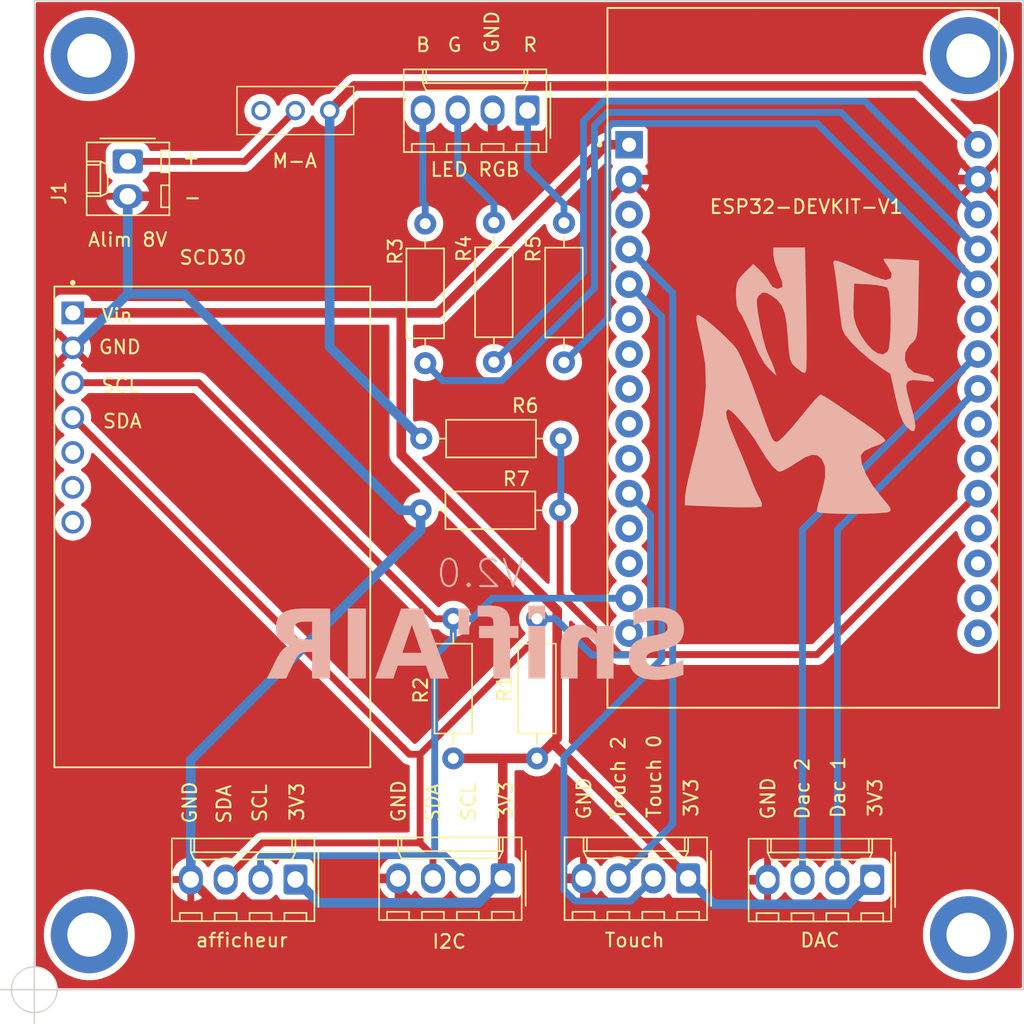
<source format=kicad_pcb>
(kicad_pcb (version 20221018) (generator pcbnew)
  (layers (0 "F.Cu" signal) (31 "B.Cu" signal) (34 "B.Paste" user) (35 "F.Paste" user) (36 "B.SilkS" user "B.Silkscreen") (37 "F.SilkS" user "F.Silkscreen") (38 "B.Mask" user) (39 "F.Mask" user) (44 "Edge.Cuts" user))
  (net 0 "")
  (net 1 "3v3")
  (net 2 "/SDA")
  (net 3 "/SCL")
  (net 4 "GND")
  (net 5 "Net-(D1-RA)")
  (net 6 "Net-(D1-GA)")
  (net 7 "Net-(D1-BA)")
  (net 9 "/Touch_0")
  (net 10 "/Touch_2")
  (net 25 "/Dac1")
  (net 26 "/Dac_2")
  (net 29 "/D12")
  (net 30 "/D13")
  (net 31 "/D14")
  (net 32 "Net-(J1-Pin_1)")
  (net 34 "/D35_adc")
  (net 37 "Net-(S1-NO)")
  (footprint "Connector_Molex:Molex_KK-254_AE-6410-04A_1x04_P2.54mm_Vertical" (layer "F.Cu") (at 127.142 108.59 180)
    (fp_text reference "J3" hide)
    (fp_text value "I2C" (at 3.9 -4.6) (layer "F.SilkS"))
    (pad "1" thru_hole roundrect (at 0 0 180) (size 1.74 2.19) (drill 1.19) (layers "*.Cu" "*.Mask") (roundrect_rratio 0.1436781609) (net 1 "3v3"))
    (pad "2" thru_hole oval (at 2.54 0 180) (size 1.74 2.19) (drill 1.19) (layers "*.Cu" "*.Mask") (net 3 "/SCL"))
    (pad "3" thru_hole oval (at 5.08 0 180) (size 1.74 2.19) (drill 1.19) (layers "*.Cu" "*.Mask") (net 2 "/SDA"))
    (pad "4" thru_hole oval (at 7.62 0 180) (size 1.74 2.19) (drill 1.19) (layers "*.Cu" "*.Mask") (net 4 "GND"))
  )
  (footprint "mes_symbols:MODULE_SCD30" (layer "F.Cu") (at 106 83 90)
    (fp_text reference "U2" hide)
    (fp_text value "SCD30" (at 19.61 0.042 180) (layer "F.SilkS"))
    (pad "1" thru_hole rect (at 15.58 -10.16 90) (size 1.65 1.65) (drill 1.1) (layers "*.Cu" "*.Mask") (net 1 "3v3"))
    (pad "2" thru_hole circle (at 13.04 -10.16 90) (size 1.65 1.65) (drill 1.1) (layers "*.Cu" "*.Mask") (net 4 "GND"))
    (pad "3" thru_hole circle (at 10.5 -10.16 90) (size 1.65 1.65) (drill 1.1) (layers "*.Cu" "*.Mask") (net 3 "/SCL"))
    (pad "4" thru_hole circle (at 7.96 -10.16 90) (size 1.65 1.65) (drill 1.1) (layers "*.Cu" "*.Mask") (net 2 "/SDA"))
    (pad "5" thru_hole circle (at 5.42 -10.16 90) (size 1.65 1.65) (drill 1.1) (layers "*.Cu" "*.Mask"))
    (pad "6" thru_hole circle (at 2.88 -10.16 90) (size 1.65 1.65) (drill 1.1) (layers "*.Cu" "*.Mask"))
    (pad "7" thru_hole circle (at 0.34 -10.16 90) (size 1.65 1.65) (drill 1.1) (layers "*.Cu" "*.Mask"))
  )
  (footprint "Resistor_THT:R_Axial_DIN0207_L6.3mm_D2.5mm_P10.16mm_Horizontal" (layer "F.Cu") (at 129.638 99.85 90)
    (fp_text reference "R1" (at 5.08 -2.37 90) (layer "F.SilkS"))
    (fp_text value "47000R")
    (pad "1" thru_hole circle (at 0 0 90) (size 1.6 1.6) (drill 0.8) (layers "*.Cu" "*.Mask") (net 1 "3v3"))
    (pad "2" thru_hole oval (at 10.16 0 90) (size 1.6 1.6) (drill 0.8) (layers "*.Cu" "*.Mask") (net 2 "/SDA"))
  )
  (footprint "Resistor_THT:R_Axial_DIN0207_L6.3mm_D2.5mm_P10.16mm_Horizontal" (layer "F.Cu") (at 121.212 76.57)
    (fp_text reference "R6" (at 7.57 -2.39) (layer "F.SilkS"))
    (fp_text value "1M")
    (pad "1" thru_hole circle (at 0 0) (size 1.6 1.6) (drill 0.8) (layers "*.Cu" "*.Mask") (net 37 "Net-(S1-NO)"))
    (pad "2" thru_hole oval (at 10.16 0) (size 1.6 1.6) (drill 0.8) (layers "*.Cu" "*.Mask") (net 34 "/D35_adc"))
  )
  (footprint "MountingHole:MountingHole_3.2mm_M3_DIN965_Pad" (layer "F.Cu") (at 97.042 48.69)
    (fp_text reference "H2" hide)
    (fp_text value "MountingHole" hide)
    (pad "1" thru_hole circle (at 0 0) (size 5.6 5.6) (drill 3.2) (layers "*.Cu" "*.Mask"))
  )
  (footprint "MountingHole:MountingHole_3.2mm_M3_DIN965_Pad" (layer "F.Cu") (at 97.042 112.69)
    (fp_text reference "H1" hide)
    (fp_text value "MountingHole" hide)
    (pad "1" thru_hole circle (at 0 0) (size 5.6 5.6) (drill 3.2) (layers "*.Cu" "*.Mask"))
  )
  (footprint "Connector_Molex:Molex_KK-254_AE-6410-04A_1x04_P2.54mm_Vertical" (layer "F.Cu") (at 112.052 108.67 180)
    (fp_text reference "J2" hide)
    (fp_text value "afficheur" (at 3.91 -4.42) (layer "F.SilkS"))
    (pad "1" thru_hole roundrect (at 0 0 180) (size 1.74 2.19) (drill 1.19) (layers "*.Cu" "*.Mask") (roundrect_rratio 0.1436781609) (net 1 "3v3"))
    (pad "2" thru_hole oval (at 2.54 0 180) (size 1.74 2.19) (drill 1.19) (layers "*.Cu" "*.Mask") (net 3 "/SCL"))
    (pad "3" thru_hole oval (at 5.08 0 180) (size 1.74 2.19) (drill 1.19) (layers "*.Cu" "*.Mask") (net 2 "/SDA"))
    (pad "4" thru_hole oval (at 7.62 0 180) (size 1.74 2.19) (drill 1.19) (layers "*.Cu" "*.Mask") (net 4 "GND"))
  )
  (footprint "Resistor_THT:R_Axial_DIN0207_L6.3mm_D2.5mm_P10.16mm_Horizontal" (layer "F.Cu") (at 131.322 81.79 180)
    (fp_text reference "R7" (at 3.19 2.28) (layer "F.SilkS"))
    (fp_text value "330k")
    (pad "1" thru_hole circle (at 0 0 180) (size 1.6 1.6) (drill 0.8) (layers "*.Cu" "*.Mask") (net 34 "/D35_adc"))
    (pad "2" thru_hole oval (at 10.16 0 180) (size 1.6 1.6) (drill 0.8) (layers "*.Cu" "*.Mask") (net 4 "GND"))
  )
  (footprint "Resistor_THT:R_Axial_DIN0207_L6.3mm_D2.5mm_P10.16mm_Horizontal" (layer "F.Cu") (at 121.5 71.08 90)
    (fp_text reference "R3" (at 8.14 -2.178 90) (layer "F.SilkS"))
    (fp_text value "180R")
    (pad "1" thru_hole circle (at 0 0 90) (size 1.6 1.6) (drill 0.8) (layers "*.Cu" "*.Mask") (net 29 "/D12"))
    (pad "2" thru_hole oval (at 10.16 0 90) (size 1.6 1.6) (drill 0.8) (layers "*.Cu" "*.Mask") (net 7 "Net-(D1-BA)"))
  )
  (footprint "Resistor_THT:R_Axial_DIN0207_L6.3mm_D2.5mm_P10.16mm_Horizontal" (layer "F.Cu") (at 123.542 99.85 90)
    (fp_text reference "R2" (at 4.9644 -2.37 90) (layer "F.SilkS"))
    (fp_text value "47000R")
    (pad "1" thru_hole circle (at 0 0 90) (size 1.6 1.6) (drill 0.8) (layers "*.Cu" "*.Mask") (net 1 "3v3"))
    (pad "2" thru_hole oval (at 10.16 0 90) (size 1.6 1.6) (drill 0.8) (layers "*.Cu" "*.Mask") (net 3 "/SCL"))
  )
  (footprint "Connector_Molex:Molex_KK-254_AE-6410-04A_1x04_P2.54mm_Vertical" (layer "F.Cu") (at 140.642 108.59 180)
    (fp_text reference "J4" hide)
    (fp_text value "Touch" (at 3.9 -4.5) (layer "F.SilkS"))
    (pad "1" thru_hole roundrect (at 0 0 180) (size 1.74 2.19) (drill 1.19) (layers "*.Cu" "*.Mask") (roundrect_rratio 0.1436781609) (net 1 "3v3"))
    (pad "2" thru_hole oval (at 2.54 0 180) (size 1.74 2.19) (drill 1.19) (layers "*.Cu" "*.Mask") (net 9 "/Touch_0"))
    (pad "3" thru_hole oval (at 5.08 0 180) (size 1.74 2.19) (drill 1.19) (layers "*.Cu" "*.Mask") (net 10 "/Touch_2"))
    (pad "4" thru_hole oval (at 7.62 0 180) (size 1.74 2.19) (drill 1.19) (layers "*.Cu" "*.Mask") (net 4 "GND"))
  )
  (footprint "MountingHole:MountingHole_3.2mm_M3_DIN965_Pad" (layer "F.Cu") (at 161.042 112.69)
    (fp_text reference "H4" hide)
    (fp_text value "MountingHole" hide)
    (pad "1" thru_hole circle (at 0 0) (size 5.6 5.6) (drill 3.2) (layers "*.Cu" "*.Mask"))
  )
  (footprint "MountingHole:MountingHole_3.2mm_M3_DIN965_Pad" (layer "F.Cu") (at 161.042 48.69)
    (fp_text reference "H3" hide)
    (fp_text value "MountingHole" hide)
    (pad "1" thru_hole circle (at 0 0) (size 5.6 5.6) (drill 3.2) (layers "*.Cu" "*.Mask"))
  )
  (footprint "mes_symbols:MODULE_ESP32_DEVKIT_V1" (layer "F.Cu") (at 149.042 70.69)
    (fp_text reference "U1" hide)
    (fp_text value "ESP32-DEVKIT-V1" (at 0.2 -11) (layer "F.SilkS"))
    (pad "1" thru_hole rect (at -12.7 -15.515) (size 2 2) (drill 1.02) (layers "*.Cu" "*.Mask") (net 1 "3v3"))
    (pad "2" thru_hole circle (at -12.7 -12.975) (size 2 2) (drill 1.02) (layers "*.Cu" "*.Mask") (net 4 "GND"))
    (pad "3" thru_hole circle (at -12.7 -10.435) (size 2 2) (drill 1.02) (layers "*.Cu" "*.Mask"))
    (pad "4" thru_hole circle (at -12.7 -7.895) (size 2 2) (drill 1.02) (layers "*.Cu" "*.Mask") (net 10 "/Touch_2"))
    (pad "5" thru_hole circle (at -12.7 -5.355) (size 2 2) (drill 1.02) (layers "*.Cu" "*.Mask") (net 9 "/Touch_0"))
    (pad "6" thru_hole circle (at -12.7 -2.815) (size 2 2) (drill 1.02) (layers "*.Cu" "*.Mask"))
    (pad "7" thru_hole circle (at -12.7 -0.275) (size 2 2) (drill 1.02) (layers "*.Cu" "*.Mask"))
    (pad "8" thru_hole circle (at -12.7 2.265) (size 2 2) (drill 1.02) (layers "*.Cu" "*.Mask"))
    (pad "9" thru_hole circle (at -12.7 4.805) (size 2 2) (drill 1.02) (layers "*.Cu" "*.Mask"))
    (pad "10" thru_hole circle (at -12.7 7.345) (size 2 2) (drill 1.02) (layers "*.Cu" "*.Mask"))
    (pad "11" thru_hole circle (at -12.7 9.885) (size 2 2) (drill 1.02) (layers "*.Cu" "*.Mask") (net 2 "/SDA"))
    (pad "12" thru_hole circle (at -12.7 12.425) (size 2 2) (drill 1.02) (layers "*.Cu" "*.Mask"))
    (pad "13" thru_hole circle (at -12.7 14.965) (size 2 2) (drill 1.02) (layers "*.Cu" "*.Mask"))
    (pad "14" thru_hole circle (at -12.7 17.505) (size 2 2) (drill 1.02) (layers "*.Cu" "*.Mask") (net 3 "/SCL"))
    (pad "15" thru_hole circle (at -12.7 20.045) (size 2 2) (drill 1.02) (layers "*.Cu" "*.Mask"))
    (pad "16" thru_hole circle (at 12.7 20.045) (size 2 2) (drill 1.02) (layers "*.Cu" "*.Mask"))
    (pad "17" thru_hole circle (at 12.7 17.505) (size 2 2) (drill 1.02) (layers "*.Cu" "*.Mask"))
    (pad "18" thru_hole circle (at 12.7 14.965) (size 2 2) (drill 1.02) (layers "*.Cu" "*.Mask"))
    (pad "19" thru_hole circle (at 12.7 12.425) (size 2 2) (drill 1.02) (layers "*.Cu" "*.Mask"))
    (pad "20" thru_hole circle (at 12.7 9.885) (size 2 2) (drill 1.02) (layers "*.Cu" "*.Mask") (net 34 "/D35_adc"))
    (pad "21" thru_hole circle (at 12.7 7.345) (size 2 2) (drill 1.02) (layers "*.Cu" "*.Mask"))
    (pad "22" thru_hole circle (at 12.7 4.805) (size 2 2) (drill 1.02) (layers "*.Cu" "*.Mask"))
    (pad "23" thru_hole circle (at 12.7 2.265) (size 2 2) (drill 1.02) (layers "*.Cu" "*.Mask") (net 25 "/Dac1"))
    (pad "24" thru_hole circle (at 12.7 -0.275) (size 2 2) (drill 1.02) (layers "*.Cu" "*.Mask") (net 26 "/Dac_2"))
    (pad "25" thru_hole circle (at 12.7 -2.815) (size 2 2) (drill 1.02) (layers "*.Cu" "*.Mask"))
    (pad "26" thru_hole circle (at 12.7 -5.355) (size 2 2) (drill 1.02) (layers "*.Cu" "*.Mask") (net 31 "/D14"))
    (pad "27" thru_hole circle (at 12.7 -7.895) (size 2 2) (drill 1.02) (layers "*.Cu" "*.Mask") (net 29 "/D12"))
    (pad "28" thru_hole circle (at 12.7 -10.435) (size 2 2) (drill 1.02) (layers "*.Cu" "*.Mask") (net 30 "/D13"))
    (pad "29" thru_hole circle (at 12.7 -12.975) (size 2 2) (drill 1.02) (layers "*.Cu" "*.Mask") (net 4 "GND"))
    (pad "30" thru_hole circle (at 12.7 -15.515) (size 2 2) (drill 1.02) (layers "*.Cu" "*.Mask") (net 37 "Net-(S1-NO)"))
  )
  (footprint "Resistor_THT:R_Axial_DIN0207_L6.3mm_D2.5mm_P10.16mm_Horizontal" (layer "F.Cu") (at 131.602 71.02 90)
    (fp_text reference "R5" (at 8.25 -2.23 90) (layer "F.SilkS"))
    (fp_text value "180R")
    (pad "1" thru_hole circle (at 0 0 90) (size 1.6 1.6) (drill 0.8) (layers "*.Cu" "*.Mask") (net 31 "/D14"))
    (pad "2" thru_hole oval (at 10.16 0 90) (size 1.6 1.6) (drill 0.8) (layers "*.Cu" "*.Mask") (net 5 "Net-(D1-RA)"))
  )
  (footprint "Connector_Molex:Molex_KK-254_AE-6410-02A_1x02_P2.54mm_Vertical" (layer "F.Cu") (at 99.842 56.39 -90)
    (fp_text reference "J1" (at 2.3 5 -270) (layer "F.SilkS"))
    (fp_text value "Alim 8V" (at 5.7 0 -180) (layer "F.SilkS"))
    (pad "1" thru_hole roundrect (at 0 0 270) (size 1.74 2.19) (drill 1.19) (layers "*.Cu" "*.Mask") (roundrect_rratio 0.1436781609) (net 32 "Net-(J1-Pin_1)"))
    (pad "2" thru_hole oval (at 2.54 0 270) (size 1.74 2.19) (drill 1.19) (layers "*.Cu" "*.Mask") (net 4 "GND"))
  )
  (footprint "Connector_Molex:Molex_KK-254_AE-6410-04A_1x04_P2.54mm_Vertical" (layer "F.Cu") (at 128.942 52.682 180)
    (fp_text reference "LED RGB" (at 3.81 -4.308 180) (layer "F.SilkS"))
    (fp_text value "LED_RKGB")
    (pad "1" thru_hole roundrect (at 0 0 180) (size 1.74 2.19) (drill 1.19) (layers "*.Cu" "*.Mask") (roundrect_rratio 0.1436781609) (net 5 "Net-(D1-RA)"))
    (pad "2" thru_hole oval (at 2.54 0 180) (size 1.74 2.19) (drill 1.19) (layers "*.Cu" "*.Mask") (net 4 "GND"))
    (pad "3" thru_hole oval (at 5.08 0 180) (size 1.74 2.19) (drill 1.19) (layers "*.Cu" "*.Mask") (net 6 "Net-(D1-GA)"))
    (pad "4" thru_hole oval (at 7.62 0 180) (size 1.74 2.19) (drill 1.19) (layers "*.Cu" "*.Mask") (net 7 "Net-(D1-BA)"))
  )
  (footprint "Connector_Molex:Molex_KK-254_AE-6410-04A_1x04_P2.54mm_Vertical" (layer "F.Cu") (at 154.042 108.69 180)
    (fp_text reference "J5" hide)
    (fp_text value "DAC" (at 3.8 -4.4) (layer "F.SilkS"))
    (pad "1" thru_hole roundrect (at 0 0 180) (size 1.74 2.19) (drill 1.19) (layers "*.Cu" "*.Mask") (roundrect_rratio 0.1436781609) (net 1 "3v3"))
    (pad "2" thru_hole oval (at 2.54 0 180) (size 1.74 2.19) (drill 1.19) (layers "*.Cu" "*.Mask") (net 25 "/Dac1"))
    (pad "3" thru_hole oval (at 5.08 0 180) (size 1.74 2.19) (drill 1.19) (layers "*.Cu" "*.Mask") (net 26 "/Dac_2"))
    (pad "4" thru_hole oval (at 7.62 0 180) (size 1.74 2.19) (drill 1.19) (layers "*.Cu" "*.Mask") (net 4 "GND"))
  )
  (footprint "mes_symbols:SS12D00G3" (layer "F.Cu") (at 112.042 52.69)
    (fp_text reference "S1" hide)
    (fp_text value "M-A" (at -0.05 3.66) (layer "F.SilkS"))
    (pad "1" thru_hole circle (at -2.5 0) (size 1.4 1.4) (drill 0.9) (layers "*.Cu" "*.Mask"))
    (pad "2" thru_hole circle (at 0 0) (size 1.4 1.4) (drill 0.9) (layers "*.Cu" "*.Mask") (net 32 "Net-(J1-Pin_1)"))
    (pad "3" thru_hole circle (at 2.5 0) (size 1.4 1.4) (drill 0.9) (layers "*.Cu" "*.Mask") (net 37 "Net-(S1-NO)"))
  )
  (footprint "Resistor_THT:R_Axial_DIN0207_L6.3mm_D2.5mm_P10.16mm_Horizontal" (layer "F.Cu") (at 126.5 71 90)
    (fp_text reference "R4" (at 8.26 -2.188 90) (layer "F.SilkS"))
    (fp_text value "180R")
    (pad "1" thru_hole circle (at 0 0 90) (size 1.6 1.6) (drill 0.8) (layers "*.Cu" "*.Mask") (net 30 "/D13"))
    (pad "2" thru_hole oval (at 10.16 0 90) (size 1.6 1.6) (drill 0.8) (layers "*.Cu" "*.Mask") (net 6 "Net-(D1-GA)"))
  )
  (footprint "mes_symbols:logo_phm" (layer "B.Cu") (at 149.562 72.09 180)
    (fp_text reference "G***" hide)
    (fp_text value "LOGO" hide)
  )
  (gr_rect (start 93.042 44.69) (end 165.042 116.69) (stroke (width 0.1)) (fill none) (layer "Edge.Cuts"))
  (gr_text "V2.0" (at 128.848 87.562) (layer "B.SilkS") (effects (font (size 2 2)) (justify left bottom mirror)))
  (gr_text "Snif'AIR" (at 140.842 94.89) (layer "B.SilkS") (effects (font (size 5 5)) (justify left bottom mirror)))
  (gr_text "3V3" (at 154.842 104.19 90) (layer "F.SilkS") (effects (font (size 1 1)) (justify left bottom)))
  (gr_text "SDA" (at 97.942 75.89) (layer "F.SilkS") (effects (font (size 1 1)) (justify left bottom)))
  (gr_text "SDA" (at 107.442 104.69 90) (layer "F.SilkS") (effects (font (size 1 1)) (justify left bottom)))
  (gr_text "-" (at 103.842 59.59) (layer "F.SilkS") (effects (font (size 1 1)) (justify left bottom)))
  (gr_text "Dac 2" (at 149.542 104.39 90) (layer "F.SilkS") (effects (font (size 1 1)) (justify left bottom)))
  (gr_text "G" (at 123.042 48.49) (layer "F.SilkS") (effects (font (size 1 1)) (justify left bottom)))
  (gr_text "Vin" (at 97.842 68.19) (layer "F.SilkS") (effects (font (size 1 1)) (justify left bottom)))
  (gr_text "GND" (at 147.042 104.39 90) (layer "F.SilkS") (effects (font (size 1 1)) (justify left bottom)))
  (gr_text "GND" (at 133.642 104.39 90) (layer "F.SilkS") (effects (font (size 1 1)) (justify left bottom)))
  (gr_text "SCL" (at 97.842 73.29) (layer "F.SilkS") (effects (font (size 1 1)) (justify left bottom)))
  (gr_text "SCL" (at 125.242 104.49 90) (layer "F.SilkS") (effects (font (size 1 1)) (justify left bottom)))
  (gr_text "+" (at 103.742 56.69) (layer "F.SilkS") (effects (font (size 1 1)) (justify left bottom)))
  (gr_text "SCL" (at 110.042 104.59 90) (layer "F.SilkS") (effects (font (size 1 1)) (justify left bottom)))
  (gr_text "3V3" (at 141.442 104.19 90) (layer "F.SilkS") (effects (font (size 1 1)) (justify left bottom)))
  (gr_text "GND" (at 120.142 104.59 90) (layer "F.SilkS") (effects (font (size 1 1)) (justify left bottom)))
  (gr_text "Touch 0" (at 138.742 104.29 90) (layer "F.SilkS") (effects (font (size 1 1)) (justify left bottom)))
  (gr_text "Dac 1" (at 152.142 104.29 90) (layer "F.SilkS") (effects (font (size 1 1)) (justify left bottom)))
  (gr_text "R" (at 128.542 48.49) (layer "F.SilkS") (effects (font (size 1 1)) (justify left bottom)))
  (gr_text "B" (at 120.742 48.49) (layer "F.SilkS") (effects (font (size 1 1)) (justify left bottom)))
  (gr_text "GND" (at 126.942 48.59 90) (layer "F.SilkS") (effects (font (size 1 1)) (justify left bottom)))
  (gr_text "GND" (at 104.942 104.69 90) (layer "F.SilkS") (effects (font (size 1 1)) (justify left bottom)))
  (gr_text "Touch 2" (at 136.142 104.39 90) (layer "F.SilkS") (effects (font (size 1 1)) (justify left bottom)))
  (gr_text "3V3" (at 127.942 104.39 90) (layer "F.SilkS") (effects (font (size 1 1)) (justify left bottom)))
  (gr_text "SDA" (at 122.642 104.59 90) (layer "F.SilkS") (effects (font (size 1 1)) (justify left bottom)))
  (gr_text "GND" (at 97.642 70.49) (layer "F.SilkS") (effects (font (size 1 1)) (justify left bottom)))
  (gr_text "3V3" (at 112.742 104.49 90) (layer "F.SilkS") (effects (font (size 1 1)) (justify left bottom)))
  (target plus (at 93.042 116.69) (size 5) (width 0.1) (layer "Edge.Cuts"))
  (segment (start 119.757 67.42) (end 95.84 67.42) (width 0.7) (layer "F.Cu") (net 1))
  (segment (start 131.1086 89.0834) (end 131.1086 98.3794) (width 0.7) (layer "F.Cu") (net 1))
  (segment (start 123.542 99.85) (end 127.142 99.85) (width 0.7) (layer "F.Cu") (net 1))
  (segment (start 122.4451 67.42) (end 119.757 67.42) (width 0.7) (layer "F.Cu") (net 1))
  (segment (start 131.1086 98.3794) (end 130.77 98.718) (width 0.7) (layer "F.Cu") (net 1))
  (segment (start 136.342 55.175) (end 134.6901 55.175) (width 0.7) (layer "F.Cu") (net 1))
  (segment (start 134.6901 55.175) (end 122.4451 67.42) (width 0.7) (layer "F.Cu") (net 1))
  (segment (start 140.642 108.59) (end 130.77 98.718) (width 0.7) (layer "F.Cu") (net 1))
  (segment (start 130.77 98.718) (end 129.638 99.85) (width 0.7) (layer "F.Cu") (net 1))
  (segment (start 127.142 99.85) (end 129.638 99.85) (width 0.7) (layer "F.Cu") (net 1))
  (segment (start 127.142 99.85) (end 127.142 108.59) (width 0.7) (layer "F.Cu") (net 1))
  (segment (start 119.757 67.42) (end 119.757 77.7318) (width 0.7) (layer "F.Cu") (net 1))
  (segment (start 119.757 77.7318) (end 131.1086 89.0834) (width 0.7) (layer "F.Cu") (net 1))
  (segment (start 142.5224 110.4704) (end 152.2616 110.4704) (width 0.7) (layer "B.Cu") (net 1))
  (segment (start 125.3651 110.3669) (end 127.142 108.59) (width 0.7) (layer "B.Cu") (net 1))
  (segment (start 140.642 108.59) (end 142.5224 110.4704) (width 0.7) (layer "B.Cu") (net 1))
  (segment (start 113.7489 110.3669) (end 125.3651 110.3669) (width 0.7) (layer "B.Cu") (net 1))
  (segment (start 112.052 108.67) (end 113.7489 110.3669) (width 0.7) (layer "B.Cu") (net 1))
  (segment (start 152.2616 110.4704) (end 154.042 108.69) (width 0.7) (layer "B.Cu") (net 1))
  (segment (start 129.638 91.0419) (end 121.1271 99.5528) (width 0.5) (layer "F.Cu") (net 2))
  (segment (start 121.1271 106.0082) (end 122.062 106.9431) (width 0.5) (layer "F.Cu") (net 2))
  (segment (start 121.1271 99.5528) (end 121.1271 106.0082) (width 0.5) (layer "F.Cu") (net 2))
  (segment (start 129.638 89.69) (end 129.638 91.0419) (width 0.5) (layer "F.Cu") (net 2))
  (segment (start 106.972 108.67) (end 109.6338 106.0082) (width 0.5) (layer "F.Cu") (net 2))
  (segment (start 121.1271 99.5528) (end 120.3528 99.5528) (width 0.5) (layer "F.Cu") (net 2))
  (segment (start 120.3528 99.5528) (end 95.84 75.04) (width 0.5) (layer "F.Cu") (net 2))
  (segment (start 122.062 108.59) (end 122.062 106.9431) (width 0.5) (layer "F.Cu") (net 2))
  (segment (start 109.6338 106.0082) (end 121.1271 106.0082) (width 0.5) (layer "F.Cu") (net 2))
  (segment (start 137.9032 91.3877) (end 136.9635 92.3274) (width 0.5) (layer "B.Cu") (net 2))
  (segment (start 133.6273 92.3274) (end 130.9899 89.69) (width 0.5) (layer "B.Cu") (net 2))
  (segment (start 129.638 89.69) (end 130.9899 89.69) (width 0.5) (layer "B.Cu") (net 2))
  (segment (start 136.342 80.575) (end 137.9032 82.1362) (width 0.5) (layer "B.Cu") (net 2))
  (segment (start 137.9032 82.1362) (end 137.9032 91.3877) (width 0.5) (layer "B.Cu") (net 2))
  (segment (start 136.9635 92.3274) (end 133.6273 92.3274) (width 0.5) (layer "B.Cu") (net 2))
  (segment (start 105.0001 72.5) (end 95.84 72.5) (width 0.5) (layer "F.Cu") (net 3))
  (segment (start 123.542 89.69) (end 122.1901 89.69) (width 0.5) (layer "F.Cu") (net 3))
  (segment (start 122.1901 89.69) (end 105.0001 72.5) (width 0.5) (layer "F.Cu") (net 3))
  (segment (start 109.6021 106.933) (end 122.1885 106.933) (width 0.5) (layer "B.Cu") (net 3))
  (segment (start 122.945 106.933) (end 124.602 108.59) (width 0.5) (layer "B.Cu") (net 3))
  (segment (start 123.542 91.0419) (end 122.1885 92.3954) (width 0.5) (layer "B.Cu") (net 3))
  (segment (start 123.542 89.69) (end 124.8939 89.69) (width 0.5) (layer "B.Cu") (net 3))
  (segment (start 126.3889 88.195) (end 124.8939 89.69) (width 0.5) (layer "B.Cu") (net 3))
  (segment (start 136.342 88.195) (end 126.3889 88.195) (width 0.5) (layer "B.Cu") (net 3))
  (segment (start 109.512 107.0231) (end 109.6021 106.933) (width 0.5) (layer "B.Cu") (net 3))
  (segment (start 122.1885 92.3954) (end 122.1885 106.933) (width 0.5) (layer "B.Cu") (net 3))
  (segment (start 109.512 108.67) (end 109.512 107.0231) (width 0.5) (layer "B.Cu") (net 3))
  (segment (start 123.542 89.69) (end 123.542 91.0419) (width 0.5) (layer "B.Cu") (net 3))
  (segment (start 122.1885 106.933) (end 122.945 106.933) (width 0.5) (layer "B.Cu") (net 3))
  (segment (start 132.2611 108.59) (end 134.0214 110.3503) (width 0.7) (layer "F.Cu") (net 4))
  (segment (start 146.422 108.69) (end 144.9001 108.69) (width 0.7) (layer "F.Cu") (net 4))
  (segment (start 106.2339 110.4719) (end 116.1182 110.4719) (width 0.7) (layer "F.Cu") (net 4))
  (segment (start 138.037 57.715) (end 138.037 53.9108) (width 0.7) (layer "F.Cu") (net 4))
  (segment (start 138.037 53.9108) (end 137.6435 53.5173) (width 0.7) (layer "F.Cu") (net 4))
  (segment (start 126.48 54.5069) (end 126.402 54.4289) (width 0.7) (layer "F.Cu") (net 4))
  (segment (start 120.5125 110.3414) (end 129.7487 110.3414) (width 0.7) (layer "F.Cu") (net 4))
  (segment (start 118.7611 108.59) (end 120.5125 110.3414) (width 0.7) (layer "F.Cu") (net 4))
  (segment (start 116.1182 110.4719) (end 118.0001 108.59) (width 0.7) (layer "F.Cu") (net 4))
  (segment (start 129.7487 110.3414) (end 131.5001 108.59) (width 0.7) (layer "F.Cu") (net 4))
  (segment (start 138.037 57.715) (end 136.342 57.715) (width 0.7) (layer "F.Cu") (net 4))
  (segment (start 132.2611 108.59) (end 131.5001 108.59) (width 0.7) (layer "F.Cu") (net 4))
  (segment (start 137.6435 53.5173) (end 133.3901 53.5173) (width 0.7) (layer "F.Cu") (net 4))
  (segment (start 104.432 108.67) (end 106.2339 110.4719) (width 0.7) (layer "F.Cu") (net 4))
  (segment (start 161.742 57.715) (end 138.037 57.715) (width 0.7) (layer "F.Cu") (net 4))
  (segment (start 121.9009 58.93) (end 99.842 58.93) (width 0.7) (layer "F.Cu") (net 4))
  (segment (start 118.7611 108.59) (end 118.0001 108.59) (width 0.7) (layer "F.Cu") (net 4))
  (segment (start 132.4005 54.5069) (end 126.48 54.5069) (width 0.7) (layer "F.Cu") (net 4))
  (segment (start 133.3901 53.5173) (end 132.4005 54.5069) (width 0.7) (layer "F.Cu") (net 4))
  (segment (start 126.402 52.682) (end 126.402 54.4289) (width 0.7) (layer "F.Cu") (net 4))
  (segment (start 143.2398 110.3503) (end 144.9001 108.69) (width 0.7) (layer "F.Cu") (net 4))
  (segment (start 133.022 108.59) (end 132.2611 108.59) (width 0.7) (layer "F.Cu") (net 4))
  (segment (start 119.522 108.59) (end 118.7611 108.59) (width 0.7) (layer "F.Cu") (net 4))
  (segment (start 134.0214 110.3503) (end 143.2398 110.3503) (width 0.7) (layer "F.Cu") (net 4))
  (segment (start 126.402 54.4289) (end 121.9009 58.93) (width 0.7) (layer "F.Cu") (net 4))
  (segment (start 99.842 66.0388) (end 103.9589 66.0388) (width 0.7) (layer "B.Cu") (net 4))
  (segment (start 99.842 58.93) (end 99.842 66.0388) (width 0.7) (layer "B.Cu") (net 4))
  (segment (start 95.9208 69.96) (end 95.84 69.96) (width 0.7) (layer "B.Cu") (net 4))
  (segment (start 103.9589 66.0388) (end 119.7101 81.79) (width 0.7) (layer "B.Cu") (net 4))
  (segment (start 121.162 81.79) (end 119.7101 81.79) (width 0.7) (layer "B.Cu") (net 4))
  (segment (start 104.432 108.67) (end 104.432 99.9719) (width 0.7) (layer "B.Cu") (net 4))
  (segment (start 99.842 66.0388) (end 95.9208 69.96) (width 0.7) (layer "B.Cu") (net 4))
  (segment (start 121.162 81.79) (end 121.162 83.2419) (width 0.7) (layer "B.Cu") (net 4))
  (segment (start 104.432 99.9719) (end 121.162 83.2419) (width 0.7) (layer "B.Cu") (net 4))
  (segment (start 131.602 60.86) (end 131.602 59.5081) (width 0.5) (layer "B.Cu") (net 5))
  (segment (start 128.942 56.8481) (end 128.942 52.682) (width 0.5) (layer "B.Cu") (net 5))
  (segment (start 131.602 59.5081) (end 128.942 56.8481) (width 0.5) (layer "B.Cu") (net 5))
  (segment (start 126.5 60.84) (end 126.5 59.4881) (width 0.5) (layer "B.Cu") (net 6))
  (segment (start 126.5 59.4881) (end 123.862 56.8501) (width 0.5) (layer "B.Cu") (net 6))
  (segment (start 123.862 56.8501) (end 123.862 52.682) (width 0.5) (layer "B.Cu") (net 6))
  (segment (start 121.5 60.92) (end 121.5 59.5681) (width 0.5) (layer "B.Cu") (net 7))
  (segment (start 121.5 59.5681) (end 121.322 59.3901) (width 0.5) (layer "B.Cu") (net 7))
  (segment (start 121.322 59.3901) (end 121.322 52.682) (width 0.5) (layer "B.Cu") (net 7))
  (segment (start 136.342 65.335) (end 138.7143 67.7073) (width 0.5) (layer "B.Cu") (net 9))
  (segment (start 132.4152 110.2428) (end 136.4492 110.2428) (width 0.5) (layer "B.Cu") (net 9))
  (segment (start 138.7143 92.6192) (end 131.5941 99.7394) (width 0.5) (layer "B.Cu") (net 9))
  (segment (start 136.4492 110.2428) (end 138.102 108.59) (width 0.5) (layer "B.Cu") (net 9))
  (segment (start 138.7143 67.7073) (end 138.7143 92.6192) (width 0.5) (layer "B.Cu") (net 9))
  (segment (start 131.5941 109.4217) (end 132.4152 110.2428) (width 0.5) (layer "B.Cu") (net 9))
  (segment (start 131.5941 99.7394) (end 131.5941 109.4217) (width 0.5) (layer "B.Cu") (net 9))
  (segment (start 139.5177 104.6343) (end 135.562 108.59) (width 0.5) (layer "B.Cu") (net 10))
  (segment (start 139.5177 65.9707) (end 139.5177 104.6343) (width 0.5) (layer "B.Cu") (net 10))
  (segment (start 136.342 62.795) (end 139.5177 65.9707) (width 0.5) (layer "B.Cu") (net 10))
  (segment (start 151.502 83.195) (end 151.502 108.69) (width 0.5) (layer "B.Cu") (net 25))
  (segment (start 161.742 72.955) (end 151.502 83.195) (width 0.5) (layer "B.Cu") (net 25))
  (segment (start 148.962 83.195) (end 161.742 70.415) (width 0.5) (layer "B.Cu") (net 26))
  (segment (start 148.962 108.69) (end 148.962 83.195) (width 0.5) (layer "B.Cu") (net 26))
  (segment (start 127.074 72.3519) (end 133.8229 65.603) (width 0.5) (layer "B.Cu") (net 29))
  (segment (start 133.8229 65.603) (end 133.8229 53.7792) (width 0.5) (layer "B.Cu") (net 29))
  (segment (start 122.7719 72.3519) (end 127.074 72.3519) (width 0.5) (layer "B.Cu") (net 29))
  (segment (start 133.8229 53.7792) (end 134.7809 52.8212) (width 0.5) (layer "B.Cu") (net 29))
  (segment (start 121.5 71.08) (end 122.7719 72.3519) (width 0.5) (layer "B.Cu") (net 29))
  (segment (start 134.7809 52.8212) (end 151.7682 52.8212) (width 0.5) (layer "B.Cu") (net 29))
  (segment (start 151.7682 52.8212) (end 161.742 62.795) (width 0.5) (layer "B.Cu") (net 29))
  (segment (start 134.4561 52.0118) (end 133.021 53.4469) (width 0.5) (layer "B.Cu") (net 30))
  (segment (start 153.4988 52.0118) (end 134.4561 52.0118) (width 0.5) (layer "B.Cu") (net 30))
  (segment (start 133.021 53.4469) (end 133.021 64.479) (width 0.5) (layer "B.Cu") (net 30))
  (segment (start 133.021 64.479) (end 126.5 71) (width 0.5) (layer "B.Cu") (net 30))
  (segment (start 161.742 60.255) (end 153.4988 52.0118) (width 0.5) (layer "B.Cu") (net 30))
  (segment (start 150.0301 53.6231) (end 161.742 65.335) (width 0.5) (layer "B.Cu") (net 31))
  (segment (start 131.602 71.02) (end 134.7901 67.8319) (width 0.5) (layer "B.Cu") (net 31))
  (segment (start 134.7901 67.8319) (end 134.7901 53.9464) (width 0.5) (layer "B.Cu") (net 31))
  (segment (start 134.7901 53.9464) (end 135.1134 53.6231) (width 0.5) (layer "B.Cu") (net 31))
  (segment (start 135.1134 53.6231) (end 150.0301 53.6231) (width 0.5) (layer "B.Cu") (net 31))
  (segment (start 108.342 56.39) (end 99.842 56.39) (width 0.5) (layer "F.Cu") (net 32))
  (segment (start 112.042 52.69) (end 108.342 56.39) (width 0.5) (layer "F.Cu") (net 32))
  (segment (start 161.742 80.575) (end 150.0228 92.2942) (width 0.5) (layer "F.Cu") (net 34))
  (segment (start 131.322 87.9261) (end 131.322 81.79) (width 0.5) (layer "F.Cu") (net 34))
  (segment (start 135.6901 92.2942) (end 131.322 87.9261) (width 0.5) (layer "F.Cu") (net 34))
  (segment (start 150.0228 92.2942) (end 135.6901 92.2942) (width 0.5) (layer "F.Cu") (net 34))
  (segment (start 131.322 81.79) (end 131.372 81.74) (width 0.5) (layer "B.Cu") (net 34))
  (segment (start 131.372 81.74) (end 131.372 76.57) (width 0.5) (layer "B.Cu") (net 34))
  (segment (start 116.334 50.898) (end 114.542 52.69) (width 0.7) (layer "F.Cu") (net 37))
  (segment (start 161.742 55.175) (end 157.465 50.898) (width 0.7) (layer "F.Cu") (net 37))
  (segment (start 157.465 50.898) (end 116.334 50.898) (width 0.7) (layer "F.Cu") (net 37))
  (segment (start 114.542 52.69) (end 114.542 69.9) (width 0.7) (layer "B.Cu") (net 37))
  (segment (start 114.542 69.9) (end 121.212 76.57) (width 0.7) (layer "B.Cu") (net 37))
  (zone (net 4) (net_name "GND") (layer "F.Cu") (connect_pads (clearance 0.508)) (min_thickness 0.25) (fill yes (thermal_gap 0.5) (thermal_bridge_width 0.5))
    (polygon (pts (xy 93.142 44.79) (xy 164.942 44.79) (xy 164.942 116.59) (xy 93.142 116.59)))
  )
)
</source>
